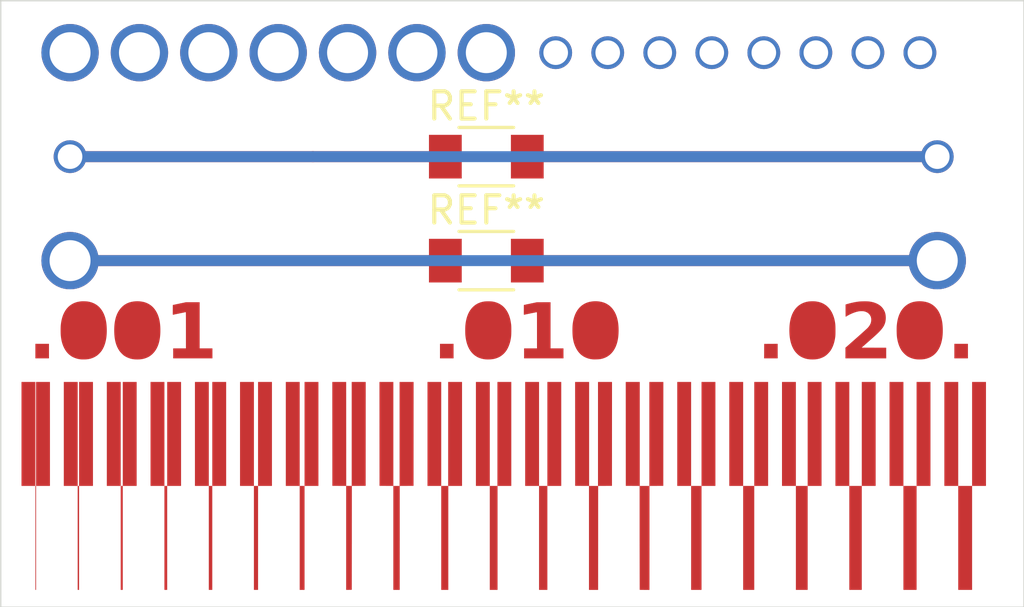
<source format=kicad_pcb>
(kicad_pcb (version 20241229) (generator "pcbnew") (generator_version "9.0")
  (layers (0 "F.Cu" signal) (2 "B.Cu" signal) (13 "F.Paste" user) (15 "B.Paste" user) (5 "F.SilkS" user "F.Silkscreen") (7 "B.SilkS" user "B.Silkscreen") (1 "F.Mask" user) (3 "B.Mask" user) (25 "Edge.Cuts" user))
  (net 0 "")
  (footprint "fab:R_1206" (layer "F.Cu") (at 121.92 54.61)
    (property "Reference" "REF**")
    (property "Value" "R_1206")
  )
  (footprint "fab:R_1206" (layer "F.Cu") (at 121.92 58.42)
    (property "Reference" "REF**")
    (property "Value" "R_1206")
  )
  (gr_poly (pts (xy 125.940509 60.271354) (xy 125.960916 60.273616) (xy 125.981075 60.277334) (xy 126.000853 60.282528) (xy 126.020113 60.289214) (xy 126.029508 60.293123) (xy 126.038723 60.297412) (xy 126.048574 60.302525) (xy 126.058114 60.308041) (xy 126.067346 60.313969) (xy 126.076275 60.320323) (xy 126.084908 60.327112) (xy 126.093248 60.334348) (xy 126.101301 60.342042) (xy 126.109071 60.350206) (xy 126.116564 60.35885) (xy 126.123785 60.367987) (xy 126.130738 60.377627) (xy 126.137429 60.387781) (xy 126.143862 60.398461) (xy 126.150043 60.409678) (xy 126.155976 60.421443) (xy 126.161667 60.433767) (xy 126.16712 60.446663) (xy 126.17234 60.46014) (xy 126.177333 60.47421) (xy 126.182104 60.488885) (xy 126.186657 60.504175) (xy 126.190997 60.520092) (xy 126.195129 60.536647) (xy 126.199059 60.553852) (xy 126.20633 60.590254) (xy 126.21285 60.629388) (xy 126.218659 60.671344) (xy 126.223797 60.716212) (xy 126.227087 60.763474) (xy 126.229316 60.827754) (xy 126.230491 60.903395) (xy 126.230619 60.984741) (xy 126.229707 61.066137) (xy 126.22776 61.141925) (xy 126.224786 61.20645) (xy 126.220791 61.254054) (xy 126.216609 61.288534) (xy 126.212038 61.321129) (xy 126.207057 61.351899) (xy 126.201643 61.380906) (xy 126.195776 61.408213) (xy 126.189434 61.43388) (xy 126.182597 61.45797) (xy 126.175241 61.480544) (xy 126.167347 61.501664) (xy 126.158893 61.521392) (xy 126.149858 61.539789) (xy 126.140219 61.556916) (xy 126.129957 61.572837) (xy 126.119049 61.587612) (xy 126.107474 61.601302) (xy 126.095211 61.613971) (xy 126.083322 61.624602) (xy 126.070609 61.634362) (xy 126.057139 61.643236) (xy 126.042976 61.651208) (xy 126.028185 61.658265) (xy 126.012833 61.664391) (xy 125.996984 61.669572) (xy 125.980703 61.673792) (xy 125.964057 61.677038) (xy 125.947109 61.679293) (xy 125.929927 61.680544) (xy 125.912574 61.680776) (xy 125.895116 61.679974) (xy 125.87762 61.678123) (xy 125.860149 61.675208) (xy 125.842769 61.671214) (xy 125.843075 61.671214) (xy 125.82953 61.667313) (xy 125.816524 61.662844) (xy 125.80404 61.657794) (xy 125.792064 61.652149) (xy 125.780578 61.645895) (xy 125.769567 61.63902) (xy 125.759016 61.631508) (xy 125.748909 61.623347) (xy 125.73923 61.614524) (xy 125.729963 61.605023) (xy 125.721093 61.594832) (xy 125.712603 61.583937) (xy 125.704479 61.572325) (xy 125.696704 61.559981) (xy 125.689263 61.546893) (xy 125.68214 61.533046) (xy 125.671973 61.510939) (xy 125.662576 61.487625) (xy 125.653932 61.462992) (xy 125.646027 61.436931) (xy 125.638844 61.409332) (xy 125.632369 61.380084) (xy 125.626584 61.349079) (xy 125.621475 61.316205) (xy 125.617026 61.281353) (xy 125.613221 61.244413) (xy 125.610044 61.205275) (xy 125.60748 61.163828) (xy 125.605514 61.119963) (xy 125.604128 61.07357) (xy 125.603308 61.024538) (xy 125.603039 60.972758) (xy 125.604914 60.84685) (xy 125.6073 60.789628) (xy 125.610684 60.736073) (xy 125.615091 60.686071) (xy 125.620545 60.639506) (xy 125.627073 60.596262) (xy 125.634697 60.556224) (xy 125.643443 60.519277) (xy 125.653336 60.485306) (xy 125.6644 60.454196) (xy 125.67666 60.42583) (xy 125.690141 60.400094) (xy 125.704867 60.376873) (xy 125.720864 60.356051) (xy 125.738155 60.337512) (xy 125.74512 60.331065) (xy 125.752409 60.324931) (xy 125.760006 60.319111) (xy 125.767894 60.313609) (xy 125.776057 60.308426) (xy 125.784477 60.303565) (xy 125.802023 60.294816) (xy 125.820398 60.28738) (xy 125.839466 60.281276) (xy 125.859094 60.276521) (xy 125.879146 60.273133) (xy 125.899489 60.271131) (xy 125.919988 60.270532)) (fill yes) (layer "F.Cu"))
  (gr_poly (pts (xy 135.810798 59.911241) (xy 135.865474 59.912383) (xy 135.911885 59.914566) (xy 135.946163 59.917812) (xy 135.986399 59.924127) (xy 136.025256 59.931566) (xy 136.062738 59.940129) (xy 136.09885 59.94982) (xy 136.133596 59.960641) (xy 136.166981 59.972593) (xy 136.19901 59.98568) (xy 136.229687 59.999903) (xy 136.259016 60.015264) (xy 136.287002 60.031767) (xy 136.313649 60.049412) (xy 136.338963 60.068203) (xy 136.362947 60.088141) (xy 136.385606 60.10923) (xy 136.406945 60.13147) (xy 136.426967 60.154864) (xy 136.433839 60.163681) (xy 136.440772 60.173154) (xy 136.447723 60.183202) (xy 136.454647 60.193743) (xy 136.461502 60.204694) (xy 136.468243 60.215975) (xy 136.481209 60.239199) (xy 136.487346 60.250978) (xy 136.493194 60.26276) (xy 136.498711 60.274462) (xy 136.50385 60.286004) (xy 136.50857 60.297303) (xy 136.512826 60.308278) (xy 136.516574 60.318848) (xy 136.519771 60.328929) (xy 136.526096 60.352226) (xy 136.531534 60.376037) (xy 136.536084 60.400279) (xy 136.539748 60.424871) (xy 136.542525 60.44973) (xy 136.544417 60.474773) (xy 136.545424 60.499919) (xy 136.545547 60.525085) (xy 136.544787 60.550188) (xy 136.543143 60.575147) (xy 136.540616 60.599879) (xy 136.537208 60.624303) (xy 136.532918 60.648334) (xy 136.527748 60.671892) (xy 136.521697 60.694894) (xy 136.514767 60.717258) (xy 136.509542 60.732323) (xy 136.504114 60.746925) (xy 136.498445 60.761127) (xy 136.492498 60.774994) (xy 136.486235 60.788591) (xy 136.479619 60.801981) (xy 136.472613 60.815231) (xy 136.465179 60.828404) (xy 136.45728 60.841564) (xy 136.448878 60.854778) (xy 136.439936 60.868108) (xy 136.430416 60.88162) (xy 136.420282 60.895379) (xy 136.409495 60.909448) (xy 136.398018 60.923892) (xy 136.385814 60.938777) (xy 136.352712 60.977531) (xy 136.317793 61.015843) (xy 136.277635 61.056941) (xy 136.228811 61.104055) (xy 136.167897 61.160413) (xy 136.091469 61.229245) (xy 135.878368 61.417247) (xy 135.661068 61.607745) (xy 136.110805 61.609042) (xy 136.560558 61.610339) (xy 136.560558 61.805896) (xy 136.561046 62.001483) (xy 135.814281 62.001483) (xy 135.067516 62.001483) (xy 135.067516 61.806171) (xy 135.067516 61.610858) (xy 135.449779 61.273639) (xy 135.601823 61.138869) (xy 135.733208 61.021203) (xy 135.829876 60.933301) (xy 135.8608 60.904467) (xy 135.877773 60.88782) (xy 135.887921 60.876796) (xy 135.897706 60.865699) (xy 135.907122 60.85454) (xy 135.916163 60.843324) (xy 135.924825 60.832062) (xy 135.933103 60.82076) (xy 135.94099 60.809427) (xy 135.948482 60.79807) (xy 135.955574 60.786698) (xy 135.96226 60.77532) (xy 135.968534 60.763942) (xy 135.974393 60.752573) (xy 135.979829 60.741221) (xy 135.984839 60.729894) (xy 135.989417 60.7186) (xy 135.993557 60.707347) (xy 135.997092 60.696493) (xy 136.000275 60.685064) (xy 136.003099 60.673144) (xy 136.005562 60.660818) (xy 136.007659 60.648169) (xy 136.009386 60.635281) (xy 136.010738 60.62224) (xy 136.011711 60.609128) (xy 136.012301 60.596031) (xy 136.012504 60.583032) (xy 136.012316 60.570215) (xy 136.011731 60.557665) (xy 136.010747 60.545465) (xy 136.009359 60.533701) (xy 136.007562 60.522456) (xy 136.005352 60.511813) (xy 135.99952 60.490507) (xy 135.99221 60.469915) (xy 135.983471 60.45008) (xy 135.973348 60.431047) (xy 135.961888 60.41286) (xy 135.949138 60.395562) (xy 135.935145 60.379197) (xy 135.919954 60.363811) (xy 135.903613 60.349446) (xy 135.886169 60.336147) (xy 135.867667 60.323958) (xy 135.848155 60.312922) (xy 135.827679 60.303085) (xy 135.806287 60.294489) (xy 135.784023 60.287179) (xy 135.760937 60.2812) (xy 135.749527 60.278899) (xy 135.737195 60.276936) (xy 135.724053 60.275308) (xy 135.71021 60.274013) (xy 135.695778 60.273051) (xy 135.680868 60.27242) (xy 135.650053 60.272145) (xy 135.618652 60.273177) (xy 135.587552 60.275505) (xy 135.572391 60.277151) (xy 135.557638 60.279116) (xy 135.543403 60.281399) (xy 135.529796 60.284) (xy 135.507886 60.288863) (xy 135.485552 60.294409) (xy 135.462835 60.300624) (xy 135.439771 60.307492) (xy 135.392757 60.323125) (xy 135.344818 60.341187) (xy 135.296259 60.361555) (xy 135.247388 60.384107) (xy 135.198509 60.408721) (xy 135.149929 60.435275) (xy 135.122568 60.450803) (xy 135.099565 60.463775) (xy 135.083369 60.472833) (xy 135.076427 60.476619) (xy 135.07568 60.472362) (xy 135.074955 60.459505) (xy 135.073667 60.411658) (xy 135.07276 60.340411) (xy 135.072429 60.253101) (xy 135.072475 60.027888) (xy 135.13467 60.00899) (xy 135.182461 59.995098) (xy 135.232409 59.981789) (xy 135.284001 59.969173) (xy 135.336729 59.957359) (xy 135.390081 59.946457) (xy 135.443547 59.936576) (xy 135.496616 59.927825) (xy 135.548778 59.920314) (xy 135.586776 59.916605) (xy 135.635844 59.91382) (xy 135.692115 59.911983) (xy 135.751722 59.911115)) (fill yes) (layer "F.Cu"))
  (gr_poly (pts (xy 110.134411 64.77) (xy 110.134411 66.674998) (xy 110.185207 66.674998) (xy 110.236004 66.674998) (xy 110.236004 64.77) (xy 110.236004 62.865001) (xy 110.490001 62.865001) (xy 110.743999 62.865001) (xy 110.743999 64.77) (xy 110.743999 66.674998) (xy 110.490001 66.674998) (xy 110.236004 66.674998) (xy 110.236004 68.579997) (xy 110.236004 70.484996) (xy 110.185207 70.484996) (xy 110.134411 70.484996) (xy 110.134411 68.579997) (xy 110.134411 66.674998) (xy 109.880413 66.674998) (xy 109.626415 66.674998) (xy 109.626415 64.77) (xy 109.626415 62.865001) (xy 109.880413 62.865001) (xy 110.134411 62.865001)) (fill yes) (layer "F.Cu"))
  (gr_poly (pts (xy 107.195153 60.27237) (xy 107.209498 60.273234) (xy 107.22344 60.27468) (xy 107.23698 60.27671) (xy 107.250124 60.279329) (xy 107.262873 60.28254) (xy 107.275233 60.286347) (xy 107.287205 60.290753) (xy 107.298794 60.295763) (xy 107.310003 60.30138) (xy 107.320835 60.307608) (xy 107.331295 60.314451) (xy 107.341384 60.321912) (xy 107.351107 60.329995) (xy 107.360466 60.338703) (xy 107.369467 60.348042) (xy 107.378111 60.358013) (xy 107.386402 60.368622) (xy 107.394344 60.379871) (xy 107.40194 60.391765) (xy 107.409194 60.404307) (xy 107.416109 60.417502) (xy 107.422687 60.431351) (xy 107.428934 60.445861) (xy 107.434852 60.461033) (xy 107.440445 60.476873) (xy 107.445715 60.493383) (xy 107.450667 60.510567) (xy 107.459629 60.546974) (xy 107.467357 60.586124) (xy 107.474142 60.626562) (xy 107.479459 60.663533) (xy 107.481622 60.681641) (xy 107.483482 60.699988) (xy 107.485063 60.718945) (xy 107.486385 60.738879) (xy 107.488341 60.783158) (xy 107.489523 60.835775) (xy 107.490105 60.899683) (xy 107.490261 60.977832) (xy 107.489826 61.093787) (xy 107.488375 61.172553) (xy 107.487177 61.202206) (xy 107.485615 61.227619) (xy 107.483655 61.250479) (xy 107.481258 61.272472) (xy 107.475541 61.313447) (xy 107.469241 61.351768) (xy 107.462319 61.387518) (xy 107.454735 61.420777) (xy 107.44645 61.451631) (xy 107.437424 61.480159) (xy 107.42762 61.506446) (xy 107.416996 61.530574) (xy 107.405514 61.552625) (xy 107.393134 61.572682) (xy 107.379817 61.590827) (xy 107.365524 61.607143) (xy 107.350215 61.621712) (xy 107.333852 61.634617) (xy 107.316394 61.64594) (xy 107.297802 61.655765) (xy 107.287619 61.660304) (xy 107.277148 61.664398) (xy 107.266413 61.668044) (xy 107.255436 61.671242) (xy 107.244241 61.673987) (xy 107.23285 61.676279) (xy 107.221289 61.678114) (xy 107.209579 61.67949) (xy 107.197745 61.680406) (xy 107.185809 61.680859) (xy 107.173795 61.680846) (xy 107.161726 61.680366) (xy 107.149625 61.679416) (xy 107.137517 61.677994) (xy 107.125424 61.676097) (xy 107.113369 61.673724) (xy 107.11314 61.673717) (xy 107.104174 61.67159) (xy 107.09537 61.669139) (xy 107.086729 61.666366) (xy 107.078252 61.663271) (xy 107.06994 61.659856) (xy 107.061794 61.656122) (xy 107.053814 61.652068) (xy 107.046001 61.647698) (xy 107.038358 61.643011) (xy 107.030883 61.638009) (xy 107.023579 61.632692) (xy 107.016446 61.627063) (xy 107.009485 61.62112) (xy 107.002697 61.614867) (xy 106.996084 61.608304) (xy 106.989645 61.601431) (xy 106.983382 61.59425) (xy 106.977295 61.586763) (xy 106.965657 61.57087) (xy 106.954736 61.553761) (xy 106.944541 61.535445) (xy 106.935078 61.515929) (xy 106.926355 61.495222) (xy 106.91838 61.473332) (xy 106.911159 61.450267) (xy 106.905059 61.42818) (xy 106.899462 61.405731) (xy 106.894354 61.382767) (xy 106.88972 61.359134) (xy 106.885545 61.334679) (xy 106.881816 61.309251) (xy 106.878517 61.282694) (xy 106.875633 61.254856) (xy 106.87315 61.225585) (xy 106.871054 61.194726) (xy 106.867961 61.127635) (xy 106.866237 61.052358) (xy 106.865764 60.96767) (xy 106.866089 60.902232) (xy 106.866939 60.846149) (xy 106.868416 60.797514) (xy 106.870626 60.754422) (xy 106.873672 60.714968) (xy 106.877658 60.677244) (xy 106.882688 60.639346) (xy 106.888866 60.599368) (xy 106.896564 60.558305) (xy 106.905507 60.520167) (xy 106.91573 60.484917) (xy 106.927265 60.452517) (xy 106.940146 60.422928) (xy 106.954408 60.396112) (xy 106.962067 60.383732) (xy 106.970085 60.372031) (xy 106.978464 60.361004) (xy 106.987209 60.350647) (xy 106.996325 60.340955) (xy 107.005816 60.331922) (xy 107.015685 60.323544) (xy 107.025938 60.315817) (xy 107.036578 60.308736) (xy 107.04761 60.302295) (xy 107.059038 60.29649) (xy 107.070866 60.291317) (xy 107.083098 60.28677) (xy 107.095739 60.282844) (xy 107.108793 60.279536) (xy 107.122263 60.27684) (xy 107.150472 60.273266) (xy 107.180401 60.272083)) (fill yes) (layer "F.Cu"))
  (gr_poly (pts (xy 135.20927 64.770053) (xy 135.20927 66.675052) (xy 135.437877 66.675052) (xy 135.666485 66.675052) (xy 135.666485 64.770053) (xy 135.666485 62.865054) (xy 135.920482 62.865054) (xy 136.17448 62.865054) (xy 136.17448 64.770053) (xy 136.17448 66.675052) (xy 135.920482 66.675052) (xy 135.666485 66.675052) (xy 135.666485 68.580051) (xy 135.666485 70.485049) (xy 135.437877 70.485049) (xy 135.20927 70.485049) (xy 135.20927 68.580051) (xy 135.20927 66.675052) (xy 134.955272 66.675052) (xy 134.701275 66.675052) (xy 134.701275 64.770053) (xy 134.701275 62.865054) (xy 134.955272 62.865054) (xy 135.20927 62.865054)) (fill yes) (layer "F.Cu"))
  (gr_poly (pts (xy 122.010332 60.271645) (xy 122.026292 60.272762) (xy 122.041961 60.274696) (xy 122.057226 60.277458) (xy 122.071977 60.281059) (xy 122.086101 60.28551) (xy 122.097202 60.2897) (xy 122.107937 60.294279) (xy 122.118314 60.299259) (xy 122.128339 60.304653) (xy 122.13802 60.310474) (xy 122.147364 60.316735) (xy 122.156376 60.323449) (xy 122.165065 60.33063) (xy 122.173437 60.338289) (xy 122.181499 60.346441) (xy 122.189258 60.355097) (xy 122.196721 60.364272) (xy 122.203895 60.373977) (xy 122.210786 60.384226) (xy 122.217402 60.395032) (xy 122.223749 60.406408) (xy 122.229835 60.418367) (xy 122.235665 60.430922) (xy 122.241248 60.444085) (xy 122.24659 60.457871) (xy 122.251698 60.47229) (xy 122.256579 60.487358) (xy 122.26124 60.503086) (xy 122.265687 60.519488) (xy 122.269928 60.536576) (xy 122.273969 60.554364) (xy 122.281481 60.592091) (xy 122.288278 60.632771) (xy 122.294414 60.676509) (xy 122.298676 60.726644) (xy 122.301711 60.797004) (xy 122.303523 60.880911) (xy 122.304115 60.971687) (xy 122.30349 61.062654) (xy 122.30165 61.147136) (xy 122.298598 61.218454) (xy 122.294338 61.269931) (xy 122.288804 61.310851) (xy 122.28264 61.349189) (xy 122.275809 61.385017) (xy 122.268277 61.41841) (xy 122.260009 61.449441) (xy 122.25097 61.478183) (xy 122.241124 61.504711) (xy 122.230436 61.529097) (xy 122.218872 61.551415) (xy 122.206396 61.571739) (xy 122.192973 61.590142) (xy 122.178567 61.606697) (xy 122.163145 61.621479) (xy 122.14667 61.634561) (xy 122.129108 61.646016) (xy 122.110424 61.655917) (xy 122.100309 61.660428) (xy 122.089893 61.664497) (xy 122.079201 61.668121) (xy 122.068258 61.671298) (xy 122.057089 61.674027) (xy 122.045717 61.676304) (xy 122.034168 61.678127) (xy 122.022466 61.679494) (xy 122.010637 61.680402) (xy 121.998705 61.68085) (xy 121.986694 61.680833) (xy 121.974629 61.680351) (xy 121.962535 61.679401) (xy 121.950437 61.67798) (xy 121.938359 61.676086) (xy 121.926327 61.673717) (xy 121.926418 61.673717) (xy 121.917409 61.671582) (xy 121.90857 61.669129) (xy 121.899901 61.66636) (xy 121.891403 61.663275) (xy 121.883076 61.659873) (xy 121.87492 61.656156) (xy 121.866937 61.652124) (xy 121.859125 61.647777) (xy 121.851487 61.643117) (xy 121.844022 61.638142) (xy 121.83673 61.632855) (xy 121.829612 61.627254) (xy 121.822669 61.621342) (xy 121.815901 61.615117) (xy 121.809308 61.608581) (xy 121.802891 61.601734) (xy 121.796649 61.594577) (xy 121.790585 61.58711) (xy 121.778987 61.571247) (xy 121.7681 61.554149) (xy 121.757928 61.53582) (xy 121.748474 61.516264) (xy 121.739741 61.495484) (xy 121.731733 61.473484) (xy 121.724453 61.450267) (xy 121.719182 61.431259) (xy 121.714276 61.411771) (xy 121.709723 61.391711) (xy 121.705514 61.370985) (xy 121.701636 61.349498) (xy 121.698079 61.327159) (xy 121.691889 61.279545) (xy 121.686856 61.227396) (xy 121.682896 61.169962) (xy 121.679923 61.106497) (xy 121.677852 61.03625) (xy 121.676887 60.92893) (xy 121.679206 60.829281) (xy 121.684759 60.737604) (xy 121.693491 60.654197) (xy 121.699032 60.615689) (xy 121.705349 60.57936) (xy 121.712434 60.545249) (xy 121.720281 60.513393) (xy 121.728882 60.48383) (xy 121.738232 60.456596) (xy 121.748324 60.431729) (xy 121.759151 60.409267) (xy 121.762954 60.402394) (xy 121.76714 60.395437) (xy 121.771679 60.388435) (xy 121.776535 60.381423) (xy 121.781677 60.374438) (xy 121.787072 60.367518) (xy 121.792686 60.360698) (xy 121.798487 60.354016) (xy 121.804441 60.34751) (xy 121.810516 60.341214) (xy 121.816678 60.335167) (xy 121.822896 60.329405) (xy 121.829135 60.323966) (xy 121.835362 60.318885) (xy 121.841546 60.3142) (xy 121.847652 60.309947) (xy 121.85941 60.302843) (xy 121.872111 60.296428) (xy 121.885642 60.290715) (xy 121.899892 60.285715) (xy 121.914747 60.28144) (xy 121.930097 60.2779) (xy 121.945829 60.275108) (xy 121.96183 60.273075) (xy 121.977989 60.271813) (xy 121.994194 60.271332)) (fill yes) (layer "F.Cu"))
  (gr_poly (pts (xy 129.418072 64.770053) (xy 129.418072 66.675052) (xy 129.608578 66.675052) (xy 129.799084 66.675052) (xy 129.799084 64.770053) (xy 129.799084 62.865054) (xy 130.053081 62.865054) (xy 130.307079 62.865054) (xy 130.307079 64.770053) (xy 130.307079 66.675052) (xy 130.053081 66.675052) (xy 129.799084 66.675052) (xy 129.799084 68.580051) (xy 129.799084 70.485049) (xy 129.608578 70.485049) (xy 129.418072 70.485049) (xy 129.418072 68.580051) (xy 129.418072 66.675052) (xy 129.164074 66.675052) (xy 128.910076 66.675052) (xy 128.910076 64.770053) (xy 128.910076 62.865054) (xy 129.164074 62.865054) (xy 129.418072 62.865054)) (fill yes) (layer "F.Cu"))
  (gr_poly (pts (xy 137.842631 59.909834) (xy 137.896072 59.913867) (xy 137.947785 59.920584) (xy 137.997764 59.929981) (xy 138.0221 59.935683) (xy 138.046 59.942053) (xy 138.069461 59.949091) (xy 138.092484 59.956796) (xy 138.115067 59.965169) (xy 138.137209 59.974207) (xy 138.158909 59.983911) (xy 138.180166 59.994281) (xy 138.200979 60.005315) (xy 138.221347 60.017014) (xy 138.24127 60.029376) (xy 138.260745 60.042401) (xy 138.279772 60.05609) (xy 138.29835 60.07044) (xy 138.316478 60.085452) (xy 138.334155 60.101125) (xy 138.35138 60.117458) (xy 138.368152 60.134452) (xy 138.384469 60.152105) (xy 138.400332 60.170418) (xy 138.415738 60.189389) (xy 138.430687 60.209017) (xy 138.445178 60.229304) (xy 138.459209 60.250247) (xy 138.472079 60.270881) (xy 138.484614 60.292564) (xy 138.496787 60.315222) (xy 138.50857 60.338783) (xy 138.519939 60.363173) (xy 138.530866 60.388321) (xy 138.541325 60.414153) (xy 138.551288 60.440596) (xy 138.560731 60.467577) (xy 138.569625 60.495025) (xy 138.577945 60.522865) (xy 138.585664 60.551025) (xy 138.592755 60.579432) (xy 138.599192 60.608014) (xy 138.604948 60.636697) (xy 138.609997 60.665408) (xy 138.619445 60.733811) (xy 138.626404 60.806761) (xy 138.630857 60.882688) (xy 138.632789 60.960022) (xy 138.632185 61.037194) (xy 138.62903 61.112632) (xy 138.623307 61.184769) (xy 138.615001 61.252032) (xy 138.599843 61.337418) (xy 138.580528 61.418206) (xy 138.569326 61.456858) (xy 138.557103 61.494342) (xy 138.543865 61.530649) (xy 138.529617 61.565773) (xy 138.514367 61.599707) (xy 138.498119 61.632446) (xy 138.48088 61.663982) (xy 138.462656 61.694309) (xy 138.443454 61.72342) (xy 138.423278 61.751308) (xy 138.402135 61.777967) (xy 138.380031 61.80339) (xy 138.356973 61.82757) (xy 138.332966 61.850502) (xy 138.308015 61.872177) (xy 138.282129 61.892591) (xy 138.255311 61.911735) (xy 138.227569 61.929604) (xy 138.198908 61.94619) (xy 138.169334 61.961487) (xy 138.138854 61.975489) (xy 138.107473 61.988189) (xy 138.075198 61.99958) (xy 138.042034 62.009655) (xy 138.007988 62.018409) (xy 137.973066 62.025833) (xy 137.937273 62.031923) (xy 137.900616 62.03667) (xy 137.900936 62.036716) (xy 137.880408 62.038404) (xy 137.85449 62.03971) (xy 137.824973 62.040616) (xy 137.793648 62.041104) (xy 137.762307 62.041155) (xy 137.732742 62.040753) (xy 137.706745 62.039879) (xy 137.686107 62.038516) (xy 137.661273 62.035823) (xy 137.636344 62.032306) (xy 137.611386 62.027987) (xy 137.586464 62.02289) (xy 137.561645 62.017037) (xy 137.536994 62.010451) (xy 137.512576 62.003154) (xy 137.488458 61.995171) (xy 137.464706 61.986523) (xy 137.441385 61.977233) (xy 137.41856 61.967325) (xy 137.396298 61.956821) (xy 137.374664 61.945745) (xy 137.353724 61.934118) (xy 137.333544 61.921963) (xy 137.31419 61.909305) (xy 137.303186 61.90144) (xy 137.291444 61.892381) (xy 137.279099 61.882268) (xy 137.266285 61.871236) (xy 137.253139 61.859423) (xy 137.239796 61.846968) (xy 137.226391 61.834007) (xy 137.21306 61.820679) (xy 137.199939 61.80712) (xy 137.187162 61.793469) (xy 137.174866 61.779862) (xy 137.163186 61.766439) (xy 137.152257 61.753335) (xy 137.142214 61.740688) (xy 137.133194 61.728637) (xy 137.125332 61.717319) (xy 137.109394 61.692425) (xy 137.09418 61.666809) (xy 137.079687 61.640456) (xy 137.065907 61.613353) (xy 137.052837 61.585483) (xy 137.040471 61.556833) (xy 137.028803 61.527388) (xy 137.01783 61.497133) (xy 137.007544 61.466055) (xy 136.997942 61.434138) (xy 136.989018 61.401367) (xy 136.980767 61.367729) (xy 136.973184 61.333209) (xy 136.966263 61.297792) (xy 136.959999 61.261463) (xy 136.954387 61.224208) (xy 136.950557 61.187488) (xy 136.947372 61.139526) (xy 136.944915 61.083793) (xy 136.943266 61.023764) (xy 136.942507 60.96291) (xy 136.942721 60.904704) (xy 136.943989 60.85262) (xy 136.946392 60.81013) (xy 136.951738 60.75419) (xy 136.958603 60.700074) (xy 136.966995 60.647764) (xy 136.976919 60.597244) (xy 136.988384 60.548495) (xy 137.001396 60.501499) (xy 137.015962 60.456239) (xy 137.032089 60.412697) (xy 137.049784 60.370855) (xy 137.069055 60.330696) (xy 137.089908 60.292201) (xy 137.11235 60.255354) (xy 137.136388 60.220136) (xy 137.16203 60.186529) (xy 137.189282 60.154517) (xy 137.218151 60.12408) (xy 137.246093 60.097491) (xy 137.274895 60.072711) (xy 137.304592 60.049726) (xy 137.335217 60.028525) (xy 137.366804 60.009093) (xy 137.399387 59.991419) (xy 137.433001 59.975488) (xy 137.467678 59.96129) (xy 137.503453 59.948809) (xy 137.54036 59.938035) (xy 137.578433 59.928953) (xy 137.617706 59.921552) (xy 137.658212 59.915817) (xy 137.699986 59.911737) (xy 137.743061 59.909298) (xy 137.787472 59.908488)) (fill yes) (layer "F.Cu"))
  (gr_poly (pts (xy 116.789928 64.768726) (xy 116.790935 66.672458) (xy 116.891262 66.673862) (xy 116.991588 66.675265) (xy 116.991588 64.77016) (xy 116.991588 62.865054) (xy 117.248134 62.865054) (xy 117.50468 62.865054) (xy 117.503673 64.768787) (xy 117.502666 66.672519) (xy 117.249935 66.673816) (xy 116.997219 66.675113) (xy 116.996212 68.578799) (xy 116.994152 70.482364) (xy 116.891277 70.483768) (xy 116.788402 70.485171) (xy 116.788402 68.580112) (xy 116.788402 66.675052) (xy 116.535671 66.673755) (xy 116.28294 66.672458) (xy 116.281933 64.768726) (xy 116.280926 62.864993) (xy 116.534923 62.864993) (xy 116.788921 62.864993)) (fill yes) (layer "F.Cu"))
  (gr_poly (pts (xy 139.552685 61.734752) (xy 139.552685 62.001453) (xy 139.303768 62.001453) (xy 139.054851 62.001453) (xy 139.054851 61.734752) (xy 139.054851 61.468051) (xy 139.303768 61.468051) (xy 139.552685 61.468051)) (fill yes) (layer "F.Cu"))
  (gr_poly (pts (xy 133.92096 59.910497) (xy 133.957902 59.912532) (xy 133.989788 59.915721) (xy 134.030845 59.921951) (xy 134.070539 59.92969) (xy 134.108906 59.93896) (xy 134.145983 59.949781) (xy 134.181806 59.962174) (xy 134.216412 59.976159) (xy 134.249837 59.991759) (xy 134.282118 60.008993) (xy 134.313291 60.027883) (xy 134.343393 60.048449) (xy 134.37246 60.070711) (xy 134.400528 60.094692) (xy 134.427636 60.120411) (xy 134.453817 60.14789) (xy 134.47911 60.177149) (xy 134.503551 60.208209) (xy 134.51733 60.227293) (xy 134.530856 60.247525) (xy 134.54409 60.268818) (xy 134.556994 60.291083) (xy 134.569531 60.314231) (xy 134.581663 60.338176) (xy 134.593351 60.362827) (xy 134.604559 60.388096) (xy 134.615247 60.413896) (xy 134.625378 60.440137) (xy 134.634915 60.466731) (xy 134.643818 60.493591) (xy 134.652051 60.520627) (xy 134.659574 60.547751) (xy 134.666351 60.574874) (xy 134.672344 60.601909) (xy 134.681207 60.646721) (xy 134.688273 60.687354) (xy 134.693731 60.726163) (xy 134.697771 60.765503) (xy 134.700583 60.80773) (xy 134.702357 60.855201) (xy 134.703282 60.910269) (xy 134.703548 60.975291) (xy 134.703449 61.02403) (xy 134.703126 61.065174) (xy 134.702546 61.099912) (xy 134.701673 61.129434) (xy 134.700472 61.154928) (xy 134.698907 61.177584) (xy 134.696943 61.198589) (xy 134.694546 61.219135) (xy 134.689098 61.25657) (xy 134.682988 61.293066) (xy 134.676209 61.328638) (xy 134.668758 61.363302) (xy 134.660628 61.397074) (xy 134.651813 61.429971) (xy 134.642308 61.462009) (xy 134.632109 61.493204) (xy 134.621208 61.523573) (xy 134.609601 61.553131) (xy 134.597282 61.581896) (xy 134.584247 61.609882) (xy 134.570488 61.637107) (xy 134.556002 61.663586) (xy 134.540781 61.689336) (xy 134.524822 61.714374) (xy 134.516313 61.726685) (xy 134.506653 61.739678) (xy 134.495981 61.75321) (xy 134.484435 61.767142) (xy 134.472152 61.781335) (xy 134.45927 61.795647) (xy 134.445928 61.809939) (xy 134.432264 61.824071) (xy 134.418416 61.837902) (xy 134.404521 61.851292) (xy 134.390717 61.864102) (xy 134.377144 61.87619) (xy 134.363938 61.887418) (xy 134.351238 61.897644) (xy 134.339182 61.906728) (xy 134.327907 61.914531) (xy 134.308633 61.926749) (xy 134.288994 61.938348) (xy 134.268984 61.94933) (xy 134.248597 61.959696) (xy 134.227827 61.96945) (xy 134.206668 61.978593) (xy 134.185113 61.987128) (xy 134.163156 61.995056) (xy 134.140792 62.00238) (xy 134.118014 62.009102) (xy 134.094815 62.015224) (xy 134.07119 62.020747) (xy 134.047132 62.025676) (xy 134.022636 62.03001) (xy 133.997694 62.033753) (xy 133.972301 62.036906) (xy 133.972011 62.036884) (xy 133.949156 62.03882) (xy 133.921751 62.040183) (xy 133.891298 62.040974) (xy 133.859302 62.041196) (xy 133.827266 62.040849) (xy 133.796694 62.039935) (xy 133.769088 62.038455) (xy 133.745952 62.036411) (xy 133.720635 62.033207) (xy 133.695829 62.029417) (xy 133.671513 62.025036) (xy 133.647667 62.020054) (xy 133.624268 62.014465) (xy 133.601296 62.008261) (xy 133.578728 62.001434) (xy 133.556545 61.993977) (xy 133.534724 61.985882) (xy 133.513245 61.977143) (xy 133.492086 61.967751) (xy 133.471226 61.957698) (xy 133.450643 61.946979) (xy 133.430316 61.935584) (xy 133.410224 61.923507) (xy 133.390346 61.910739) (xy 133.380161 61.903661) (xy 133.369283 61.895505) (xy 133.357833 61.88639) (xy 133.345931 61.876434) (xy 133.333699 61.865756) (xy 133.321257 61.854475) (xy 133.308725 61.84271) (xy 133.296224 61.830581) (xy 133.283876 61.818205) (xy 133.271799 61.805703) (xy 133.260116 61.793192) (xy 133.248947 61.780791) (xy 133.238412 61.768621) (xy 133.228631 61.756799) (xy 133.219727 61.745444) (xy 133.211819 61.734676) (xy 133.187904 61.698946) (xy 133.165535 61.661658) (xy 133.144711 61.622811) (xy 133.125432 61.582404) (xy 133.107697 61.540435) (xy 133.091507 61.496902) (xy 133.07686 61.451805) (xy 133.063757 61.405141) (xy 133.052196 61.35691) (xy 133.042179 61.307109) (xy 133.033703 61.255739) (xy 133.02677 61.202796) (xy 133.021378 61.148279) (xy 133.017526 61.092188) (xy 133.015216 61.034521) (xy 133.014446 60.975276) (xy 133.015146 60.919316) (xy 133.017242 60.864727) (xy 133.020726 60.811519) (xy 133.025591 60.759704) (xy 133.031829 60.709294) (xy 133.039434 60.660299) (xy 133.048397 60.612732) (xy 133.058712 60.566603) (xy 133.07037 60.521925) (xy 133.083366 60.478708) (xy 133.097691 60.436964) (xy 133.113338 60.396705) (xy 133.1303 60.357941) (xy 133.14857 60.320685) (xy 133.168139 60.284947) (xy 133.189001 60.250739) (xy 133.211148 60.218073) (xy 133.234574 60.18696) (xy 133.25927 60.15741) (xy 133.285229 60.129437) (xy 133.312445 60.103051) (xy 133.340909 60.078263) (xy 133.370614 60.055085) (xy 133.401553 60.033529) (xy 133.433719 60.013605) (xy 133.467104 59.995326) (xy 133.501701 59.978702) (xy 133.537503 59.963746) (xy 133.574502 59.950467) (xy 133.61269 59.938879) (xy 133.652061 59.928992) (xy 133.692608 59.920818) (xy 133.706783 59.918574) (xy 133.72258 59.916569) (xy 133.758157 59.913291) (xy 133.797559 59.911014) (xy 133.839012 59.909769) (xy 133.880738 59.909587)) (fill yes) (layer "F.Cu"))
  (gr_poly (pts (xy 132.588009 61.734698) (xy 132.588619 62.001399) (xy 132.339657 62.001399) (xy 132.090694 62.001399) (xy 132.091701 61.735973) (xy 132.092708 61.470546) (xy 132.340359 61.469249) (xy 132.588009 61.467952)) (fill yes) (layer "F.Cu"))
  (gr_poly (pts (xy 131.323086 64.770053) (xy 131.323086 66.675052) (xy 131.526287 66.675052) (xy 131.729488 66.675052) (xy 131.729488 64.770053) (xy 131.729488 62.865054) (xy 131.983486 62.865054) (xy 132.237484 62.865054) (xy 132.237484 64.770053) (xy 132.237484 66.675052) (xy 131.983486 66.675052) (xy 131.729488 66.675052) (xy 131.729488 68.580051) (xy 131.729488 70.485049) (xy 131.526287 70.485049) (xy 131.323086 70.485049) (xy 131.323086 68.580051) (xy 131.323086 66.675052) (xy 131.069088 66.675052) (xy 130.81509 66.675052) (xy 130.81509 64.770053) (xy 130.81509 62.865054) (xy 131.069088 62.865054) (xy 131.323086 62.865054)) (fill yes) (layer "F.Cu"))
  (gr_poly (pts (xy 133.25349 64.770053) (xy 133.25349 66.675052) (xy 133.469387 66.675052) (xy 133.685283 66.675052) (xy 133.685283 64.770053) (xy 133.685283 62.865054) (xy 133.939281 62.865054) (xy 134.193279 62.865054) (xy 134.193279 64.770053) (xy 134.193279 66.675052) (xy 133.939281 66.675052) (xy 133.685283 66.675052) (xy 133.685283 68.580051) (xy 133.685283 70.485049) (xy 133.469387 70.485049) (xy 133.25349 70.485049) (xy 133.25349 68.580051) (xy 133.25349 66.675052) (xy 132.999492 66.675052) (xy 132.745495 66.675052) (xy 132.745495 64.770053) (xy 132.745495 62.865054) (xy 132.999492 62.865054) (xy 133.25349 62.865054)) (fill yes) (layer "F.Cu"))
  (gr_poly (pts (xy 120.269024 64.770053) (xy 120.269024 66.675052) (xy 120.396023 66.675052) (xy 120.523022 66.675052) (xy 120.523022 64.770053) (xy 120.523022 62.865054) (xy 120.777019 62.865054) (xy 121.031017 62.865054) (xy 121.031017 64.770053) (xy 121.031017 66.675052) (xy 120.779552 66.675052) (xy 120.528087 66.675052) (xy 120.528087 68.580051) (xy 120.528118 70.485049) (xy 120.398571 70.485049) (xy 120.269024 70.485049) (xy 120.269024 68.580051) (xy 120.269024 66.675052) (xy 120.017559 66.675052) (xy 119.766094 66.675052) (xy 119.766094 64.770053) (xy 119.766094 62.865054) (xy 120.017559 62.865054) (xy 120.269024 62.865054)) (fill yes) (layer "F.Cu"))
  (gr_poly (pts (xy 107.210853 59.90999) (xy 107.250221 59.911524) (xy 107.287497 59.913883) (xy 107.320747 59.917014) (xy 107.348034 59.920863) (xy 107.38096 59.927358) (xy 107.413306 59.935071) (xy 107.445031 59.94398) (xy 107.476095 59.954063) (xy 107.506457 59.965297) (xy 107.536075 59.97766) (xy 107.564909 59.99113) (xy 107.592918 60.005684) (xy 107.620062 60.0213) (xy 107.646298 60.037955) (xy 107.671588 60.055628) (xy 107.695888 60.074295) (xy 107.71916 60.093935) (xy 107.741361 60.114525) (xy 107.762452 60.136043) (xy 107.78239 60.158466) (xy 107.810748 60.193772) (xy 107.837266 60.230489) (xy 107.861961 60.268669) (xy 107.88485 60.308365) (xy 107.905948 60.349628) (xy 107.925272 60.392511) (xy 107.94284 60.437066) (xy 107.958666 60.483346) (xy 107.972767 60.531403) (xy 107.98516 60.581289) (xy 107.995861 60.633056) (xy 108.004887 60.686758) (xy 108.012254 60.742445) (xy 108.017978 60.800171) (xy 108.022075 60.859987) (xy 108.024563 60.921947) (xy 108.025378 60.984614) (xy 108.024435 61.045838) (xy 108.021744 61.105581) (xy 108.017313 61.163806) (xy 108.01115 61.220477) (xy 108.003266 61.275555) (xy 107.993669 61.329004) (xy 107.982366 61.380788) (xy 107.969369 61.430869) (xy 107.954684 61.47921) (xy 107.938321 61.525774) (xy 107.920289 61.570524) (xy 107.900597 61.613424) (xy 107.879253 61.654435) (xy 107.856266 61.693522) (xy 107.831646 61.730647) (xy 107.823344 61.742016) (xy 107.814116 61.753888) (xy 107.804075 61.766152) (xy 107.793332 61.778696) (xy 107.781998 61.791411) (xy 107.770185 61.804184) (xy 107.758005 61.816906) (xy 107.745569 61.829464) (xy 107.732989 61.841749) (xy 107.720377 61.853649) (xy 107.707845 61.865053) (xy 107.695503 61.87585) (xy 107.683464 61.88593) (xy 107.67184 61.895181) (xy 107.660741 61.903493) (xy 107.65028 61.910754) (xy 107.629839 61.92389) (xy 107.609246 61.936282) (xy 107.588476 61.947938) (xy 107.5675 61.958867) (xy 107.546295 61.96908) (xy 107.524832 61.978585) (xy 107.503087 61.987392) (xy 107.481033 61.995508) (xy 107.458644 62.002945) (xy 107.435894 62.00971) (xy 107.412756 62.015814) (xy 107.389204 62.021265) (xy 107.365213 62.026072) (xy 107.340756 62.030244) (xy 107.315807 62.033792) (xy 107.29034 62.036723) (xy 107.290371 62.03667) (xy 107.269034 62.038354) (xy 107.243008 62.039651) (xy 107.213908 62.040544) (xy 107.183348 62.041021) (xy 107.152943 62.041066) (xy 107.124308 62.040665) (xy 107.099058 62.039805) (xy 107.078808 62.03847) (xy 107.05462 62.035852) (xy 107.030258 62.032434) (xy 107.005803 62.028246) (xy 106.981335 62.023313) (xy 106.956938 62.017664) (xy 106.932692 62.011327) (xy 106.908678 62.004329) (xy 106.884979 61.996697) (xy 106.861676 61.988458) (xy 106.83885 61.979642) (xy 106.816583 61.970274) (xy 106.794957 61.960383) (xy 106.774053 61.949996) (xy 106.753952 61.93914) (xy 106.734737 61.927843) (xy 106.716488 61.916133) (xy 106.696102 61.901946) (xy 106.676336 61.887161) (xy 106.657174 61.871759) (xy 106.638601 61.855725) (xy 106.620604 61.83904) (xy 106.603167 61.821688) (xy 106.586275 61.803651) (xy 106.569916 61.784913) (xy 106.554073 61.765457) (xy 106.538732 61.745264) (xy 106.523879 61.724319) (xy 106.509498 61.702604) (xy 106.495577 61.680101) (xy 106.482099 61.656794) (xy 106.469051 61.632666) (xy 106.456417 61.6077) (xy 106.444718 61.583023) (xy 106.433665 61.558088) (xy 106.423244 61.532846) (xy 106.413443 61.507254) (xy 106.40425 61.481264) (xy 106.395654 61.454831) (xy 106.387641 61.427908) (xy 106.380199 61.400451) (xy 106.373317 61.372412) (xy 106.366982 61.343746) (xy 106.361182 61.314407) (xy 106.355905 61.28435) (xy 106.34687 61.221893) (xy 106.339779 61.156009) (xy 106.337481 61.121295) (xy 106.335839 61.0776) (xy 106.334854 61.027917) (xy 106.334526 60.975241) (xy 106.334854 60.922564) (xy 106.335839 60.87288) (xy 106.337481 60.829183) (xy 106.339779 60.794467) (xy 106.346986 60.728438) (xy 106.356434 60.664802) (xy 106.368114 60.603574) (xy 106.382019 60.544768) (xy 106.398143 60.488398) (xy 106.416478 60.43448) (xy 106.437016 60.383027) (xy 106.459751 60.334054) (xy 106.484675 60.287575) (xy 106.511782 60.243605) (xy 106.526151 60.222566) (xy 106.541064 60.202158) (xy 106.556518 60.182386) (xy 106.572513 60.163249) (xy 106.589048 60.14475) (xy 106.606123 60.126891) (xy 106.623736 60.109674) (xy 106.641886 60.0931) (xy 106.660573 60.077172) (xy 106.679796 60.06189) (xy 106.699553 60.047257) (xy 106.719845 60.033275) (xy 106.738753 60.021127) (xy 106.757901 60.009655) (xy 106.777325 59.998847) (xy 106.797061 59.98869) (xy 106.817144 59.979172) (xy 106.83761 59.970281) (xy 106.858494 59.962005) (xy 106.879833 59.954332) (xy 106.901662 59.947248) (xy 106.924016 59.940743) (xy 106.946932 59.934803) (xy 106.970444 59.929418) (xy 106.99459 59.924573) (xy 107.019403 59.920258) (xy 107.044921 59.916459) (xy 107.071178 59.913165) (xy 107.099557 59.910869) (xy 107.133586 59.90961) (xy 107.17133 59.909335)) (fill yes) (layer "F.Cu"))
  (gr_poly (pts (xy 137.802505 60.272469) (xy 137.814168 60.273078) (xy 137.82559 60.273997) (xy 137.836653 60.275226) (xy 137.847242 60.276763) (xy 137.857237 60.278606) (xy 137.866523 60.280754) (xy 137.874981 60.283206) (xy 137.886181 60.287117) (xy 137.897039 60.291464) (xy 137.907561 60.296257) (xy 137.91775 60.301504) (xy 137.927611 60.307212) (xy 137.93715 60.313392) (xy 137.94637 60.32005) (xy 137.955276 60.327197) (xy 137.963873 60.334839) (xy 137.972166 60.342986) (xy 137.980159 60.351645) (xy 137.987857 60.360826) (xy 137.995265 60.370537) (xy 138.002387 60.380787) (xy 138.009228 60.391583) (xy 138.015793 60.402934) (xy 138.022086 60.414849) (xy 138.028111 60.427337) (xy 138.033875 60.440405) (xy 138.039381 60.454062) (xy 138.044634 60.468316) (xy 138.049638 60.483177) (xy 138.054399 60.498652) (xy 138.05892 60.514749) (xy 138.063207 60.531479) (xy 138.067265 60.548848) (xy 138.07471 60.585539) (xy 138.081291 60.624892) (xy 138.087047 60.666972) (xy 138.093151 60.730423) (xy 138.09751 60.804986) (xy 138.100127 60.886961) (xy 138.101 60.972653) (xy 138.10013 61.058361) (xy 138.097517 61.14039) (xy 138.093161 61.21504) (xy 138.087063 61.278613) (xy 138.082944 61.31001) (xy 138.078518 61.339635) (xy 138.073761 61.367559) (xy 138.068646 61.393853) (xy 138.063149 61.418589) (xy 138.057244 61.441837) (xy 138.050907 61.463668) (xy 138.044111 61.484155) (xy 138.036832 61.503367) (xy 138.029045 61.521377) (xy 138.020723 61.538255) (xy 138.011843 61.554072) (xy 138.002378 61.5689) (xy 137.992304 61.582809) (xy 137.981595 61.595871) (xy 137.970226 61.608157) (xy 137.958332 61.619453) (xy 137.945773 61.629832) (xy 137.932585 61.639287) (xy 137.918804 61.647807) (xy 137.904465 61.655383) (xy 137.889603 61.662005) (xy 137.874255 61.667665) (xy 137.858455 61.672352) (xy 137.84224 61.676058) (xy 137.825646 61.678773) (xy 137.808706 61.680487) (xy 137.791458 61.681192) (xy 137.773937 61.680877) (xy 137.756177 61.679534) (xy 137.738216 61.677153) (xy 137.720089 61.673724) (xy 137.720135 61.673717) (xy 137.711248 61.671606) (xy 137.702514 61.669168) (xy 137.693935 61.666405) (xy 137.68551 61.663317) (xy 137.677243 61.659906) (xy 137.669134 61.656175) (xy 137.661186 61.652125) (xy 137.653398 61.647757) (xy 137.645774 61.643073) (xy 137.638313 61.638074) (xy 137.631019 61.632763) (xy 137.623892 61.627141) (xy 137.616933 61.621209) (xy 137.610145 61.61497) (xy 137.603529 61.608424) (xy 137.597086 61.601574) (xy 137.584725 61.586967) (xy 137.573074 61.571161) (xy 137.562146 61.55417) (xy 137.551951 61.536007) (xy 137.542503 61.516684) (xy 137.533812 61.496215) (xy 137.52589 61.474614) (xy 137.518749 61.451892) (xy 137.508262 61.410421) (xy 137.499042 61.363273) (xy 137.491099 61.311221) (xy 137.484441 61.255036) (xy 137.479077 61.195492) (xy 137.475016 61.13336) (xy 137.47084 61.004424) (xy 137.471984 60.874409) (xy 137.474574 60.810927) (xy 137.47852 60.749492) (xy 137.483832 60.690878) (xy 137.490519 60.635855) (xy 137.49859 60.585197) (xy 137.508053 60.539676) (xy 137.515037 60.512441) (xy 137.522616 60.486845) (xy 137.530818 60.462853) (xy 137.539668 60.44043) (xy 137.549194 60.419541) (xy 137.559421 60.400154) (xy 137.570375 60.382232) (xy 137.582084 60.365741) (xy 137.594574 60.350647) (xy 137.607871 60.336916) (xy 137.622001 60.324513) (xy 137.636992 60.313403) (xy 137.652869 60.303552) (xy 137.669658 60.294925) (xy 137.687387 60.287488) (xy 137.706081 60.281207) (xy 137.714628 60.278956) (xy 137.72399 60.277028) (xy 137.73405 60.275422) (xy 137.744692 60.274137) (xy 137.755797 60.273171) (xy 137.767248 60.272522) (xy 137.778928 60.27219) (xy 137.79072 60.272173)) (fill yes) (layer "F.Cu"))
  (gr_poly (pts (xy 105.907833 61.734752) (xy 105.907833 62.001453) (xy 105.658916 62.001453) (xy 105.41 62.001453) (xy 105.41 61.734752) (xy 105.41 61.468051) (xy 105.658916 61.468051) (xy 105.907833 61.468051)) (fill yes) (layer "F.Cu"))
  (gr_poly (pts (xy 125.683727 64.770084) (xy 125.683727 66.675082) (xy 125.846294 66.675082) (xy 126.008861 66.675082) (xy 126.008861 64.770084) (xy 126.008861 62.865085) (xy 126.265407 62.865085) (xy 126.521953 62.865085) (xy 126.520946 64.768817) (xy 126.519939 66.672549) (xy 126.267208 66.673846) (xy 126.014477 66.675143) (xy 126.014477 68.580096) (xy 126.013378 70.485049) (xy 125.845745 70.485049) (xy 125.678112 70.485049) (xy 125.678112 68.580096) (xy 125.678112 66.675143) (xy 125.425381 66.673846) (xy 125.172649 66.672549) (xy 125.171642 64.768817) (xy 125.170635 62.865085) (xy 125.427181 62.865085) (xy 125.683727 62.865085)) (fill yes) (layer "F.Cu"))
  (gr_poly (pts (xy 108.534191 64.77) (xy 108.534191 66.674998) (xy 108.572292 66.674998) (xy 108.610393 66.674998) (xy 108.610393 64.77) (xy 108.610393 62.865001) (xy 108.864391 62.865001) (xy 109.118389 62.865001) (xy 109.118389 64.77) (xy 109.118389 66.674998) (xy 108.864391 66.674998) (xy 108.610393 66.674998) (xy 108.610393 68.579997) (xy 108.610393 70.484996) (xy 108.572292 70.484996) (xy 108.534191 70.484996) (xy 108.534191 68.579997) (xy 108.534191 66.674998) (xy 108.280193 66.674998) (xy 108.026195 66.674998) (xy 108.026195 64.77) (xy 108.026195 62.865001) (xy 108.280193 62.865001) (xy 108.534191 62.865001)) (fill yes) (layer "F.Cu"))
  (gr_poly (pts (xy 106.959377 64.77) (xy 106.959377 66.674998) (xy 106.984783 66.674998) (xy 107.010189 66.674998) (xy 107.010189 64.77) (xy 107.010189 62.865001) (xy 107.264187 62.865001) (xy 107.518184 62.865001) (xy 107.518184 64.77) (xy 107.518184 66.674998) (xy 107.264187 66.674998) (xy 107.010189 66.674998) (xy 107.010189 68.579997) (xy 107.010189 70.484996) (xy 106.984783 70.484996) (xy 106.959377 70.484996) (xy 106.959377 68.579997) (xy 106.959377 66.674998) (xy 106.705379 66.674998) (xy 106.451382 66.674998) (xy 106.451382 64.77) (xy 106.451382 62.865001) (xy 106.705379 62.865001) (xy 106.959377 62.865001)) (fill yes) (layer "F.Cu"))
  (gr_poly (pts (xy 113.410991 64.77) (xy 113.410991 66.674998) (xy 113.487194 66.674998) (xy 113.563396 66.674998) (xy 113.563396 64.77) (xy 113.563396 62.865001) (xy 113.817394 62.865001) (xy 114.071392 62.865001) (xy 114.071392 64.77) (xy 114.071392 66.674998) (xy 113.817394 66.674998) (xy 113.563396 66.674998) (xy 113.563396 68.579997) (xy 113.563396 70.484996) (xy 113.487194 70.484996) (xy 113.410991 70.484996) (xy 113.410991 68.579997) (xy 113.410991 66.674998) (xy 113.156994 66.674998) (xy 112.902996 66.674998) (xy 112.902996 64.77) (xy 112.902996 62.865001) (xy 113.156994 62.865001) (xy 113.410991 62.865001)) (fill yes) (layer "F.Cu"))
  (gr_poly (pts (xy 122.043687 59.911537) (xy 122.089567 59.913424) (xy 122.129709 59.916479) (xy 122.146734 59.918442) (xy 122.161251 59.920695) (xy 122.208845 59.93065) (xy 122.254703 59.942824) (xy 122.298833 59.957227) (xy 122.341246 59.973865) (xy 122.38195 59.992745) (xy 122.420955 60.013876) (xy 122.45827 60.037263) (xy 122.493904 60.062914) (xy 122.527867 60.090837) (xy 122.560168 60.121039) (xy 122.590817 60.153527) (xy 122.619823 60.188308) (xy 122.647195 60.22539) (xy 122.672942 60.26478) (xy 122.697074 60.306485) (xy 122.7196 60.350513) (xy 122.737866 60.39089) (xy 122.754576 60.432938) (xy 122.769781 60.47683) (xy 122.783533 60.522739) (xy 122.795882 60.570838) (xy 122.80688 60.6213) (xy 122.816576 60.674298) (xy 122.825023 60.730006) (xy 122.828081 60.754439) (xy 122.83054 60.777404) (xy 122.832461 60.800527) (xy 122.8339 60.825429) (xy 122.834918 60.853734) (xy 122.835572 60.887064) (xy 122.836025 60.975291) (xy 122.835653 61.038494) (xy 122.834433 61.094101) (xy 122.832213 61.143776) (xy 122.828838 61.189182) (xy 122.824156 61.231981) (xy 122.818013 61.273836) (xy 122.810256 61.316412) (xy 122.800731 61.361369) (xy 122.79471 61.38677) (xy 122.788001 61.412306) (xy 122.780644 61.437882) (xy 122.772679 61.463406) (xy 122.764145 61.488784) (xy 122.755081 61.513923) (xy 122.745528 61.53873) (xy 122.735523 61.563111) (xy 122.725107 61.586974) (xy 122.71432 61.610225) (xy 122.7032 61.632771) (xy 122.691787 61.654518) (xy 122.68012 61.675373) (xy 122.668239 61.695243) (xy 122.656184 61.714034) (xy 122.643993 61.731654) (xy 122.619733 61.763675) (xy 122.594309 61.79396) (xy 122.567725 61.822508) (xy 122.539986 61.849317) (xy 122.511093 61.874385) (xy 122.481051 61.89771) (xy 122.449863 61.91929) (xy 122.417532 61.939123) (xy 122.384062 61.957207) (xy 122.349456 61.973541) (xy 122.313718 61.988121) (xy 122.27685 62.000947) (xy 122.238857 62.012016) (xy 122.199743 62.021326) (xy 122.159509 62.028876) (xy 122.11816 62.034663) (xy 122.118099 62.034663) (xy 122.090612 62.037326) (xy 122.059977 62.039306) (xy 122.027341 62.040597) (xy 121.993849 62.041191) (xy 121.960646 62.041082) (xy 121.928879 62.040263) (xy 121.899693 62.038726) (xy 121.874233 62.036464) (xy 121.8567 62.034248) (xy 121.838732 62.03153) (xy 121.82043 62.02834) (xy 121.801898 62.024708) (xy 121.783238 62.020663) (xy 121.764553 62.016234) (xy 121.72752 62.006344) (xy 121.709377 62.000942) (xy 121.691619 61.995274) (xy 121.674351 61.989371) (xy 121.657674 61.983261) (xy 121.641691 61.976974) (xy 121.626505 61.97054) (xy 121.612218 61.963988) (xy 121.598934 61.957347) (xy 121.551755 61.930429) (xy 121.507136 61.900414) (xy 121.465079 61.867309) (xy 121.425587 61.831119) (xy 121.388663 61.79185) (xy 121.35431 61.749506) (xy 121.322531 61.704093) (xy 121.293329 61.655617) (xy 121.266707 61.604083) (xy 121.242667 61.549496) (xy 121.221213 61.491862) (xy 121.202347 61.431187) (xy 121.186073 61.367475) (xy 121.172393 61.300732) (xy 121.16131 61.230964) (xy 121.152828 61.158176) (xy 121.150449 61.124189) (xy 121.148747 61.080274) (xy 121.147719 61.029764) (xy 121.147362 60.975993) (xy 121.147672 60.922294) (xy 121.148648 60.871999) (xy 121.150286 60.828442) (xy 121.152584 60.794955) (xy 121.158521 60.741413) (xy 121.165743 60.689675) (xy 121.17426 60.639716) (xy 121.184082 60.591509) (xy 121.19522 60.545028) (xy 121.207683 60.500245) (xy 121.221483 60.457136) (xy 121.236629 60.415672) (xy 121.253132 60.375829) (xy 121.271003 60.337579) (xy 121.29025 60.300895) (xy 121.310886 60.265752) (xy 121.332919 60.232123) (xy 121.356362 60.199982) (xy 121.381222 60.169302) (xy 121.407512 60.140056) (xy 121.429151 60.118007) (xy 121.451204 60.097173) (xy 121.473716 60.077529) (xy 121.496732 60.059053) (xy 121.520296 60.04172) (xy 121.544453 60.025509) (xy 121.569248 60.010395) (xy 121.594724 59.996354) (xy 121.620928 59.983364) (xy 121.647904 59.971402) (xy 121.675695 59.960443) (xy 121.704347 59.950464) (xy 121.733905 59.941443) (xy 121.764413 59.933355) (xy 121.795915 59.926177) (xy 121.828457 59.919887) (xy 121.843011 59.917703) (xy 121.860069 59.915822) (xy 121.900261 59.912962) (xy 121.946171 59.911299) (xy 121.994934 59.910827)) (fill yes) (layer "F.Cu"))
  (gr_poly (pts (xy 133.87292 60.270851) (xy 133.883949 60.271505) (xy 133.895018 60.272577) (xy 133.906116 60.274072) (xy 133.91723 60.275994) (xy 133.928347 60.278347) (xy 133.939455 60.281133) (xy 133.950542 60.284358) (xy 133.96051 60.287692) (xy 133.970217 60.291412) (xy 133.979665 60.295522) (xy 133.988858 60.300024) (xy 133.997796 60.304925) (xy 134.006484 60.310226) (xy 134.014923 60.315933) (xy 134.023116 60.322049) (xy 134.031065 60.328579) (xy 134.038774 60.335525) (xy 134.046244 60.342893) (xy 134.053478 60.350686) (xy 134.060479 60.358908) (xy 134.067249 60.367563) (xy 134.073791 60.376655) (xy 134.080107 60.386188) (xy 134.086199 60.396165) (xy 134.092071 60.406592) (xy 134.097724 60.417472) (xy 134.103162 60.428808) (xy 134.108387 60.440605) (xy 134.113401 60.452866) (xy 134.118206 60.465596) (xy 134.122807 60.478799) (xy 134.1314 60.506638) (xy 134.139201 60.536415) (xy 134.14623 60.568161) (xy 134.152508 60.601909) (xy 134.158508 60.639917) (xy 134.163437 60.67756) (xy 134.167377 60.716212) (xy 134.17041 60.757249) (xy 134.172617 60.802046) (xy 134.174081 60.851979) (xy 134.174883 60.908422) (xy 134.175106 60.972751) (xy 134.174465 61.054684) (xy 134.172533 61.12861) (xy 134.169225 61.195394) (xy 134.164457 61.255903) (xy 134.158145 61.311004) (xy 134.150204 61.361561) (xy 134.140551 61.408441) (xy 134.129101 61.45251) (xy 134.12205 61.475086) (xy 134.114251 61.496515) (xy 134.105707 61.516794) (xy 134.096422 61.535917) (xy 134.0864 61.55388) (xy 134.075646 61.570678) (xy 134.064162 61.586307) (xy 134.051954 61.600763) (xy 134.039025 61.614039) (xy 134.025379 61.626133) (xy 134.011021 61.637038) (xy 133.995954 61.646751) (xy 133.980182 61.655267) (xy 133.963709 61.662582) (xy 133.946539 61.66869) (xy 133.928676 61.673587) (xy 133.921949 61.675041) (xy 133.914786 61.676328) (xy 133.907253 61.677447) (xy 133.899413 61.678396) (xy 133.89133 61.679174) (xy 133.883068 61.679781) (xy 133.866264 61.680475) (xy 133.849513 61.680472) (xy 133.841317 61.680205) (xy 133.833327 61.679761) (xy 133.825606 61.679139) (xy 133.818218 61.678336) (xy 133.811228 61.677353) (xy 133.804699 61.676189) (xy 133.804668 61.676219) (xy 133.788699 61.672503) (xy 133.773235 61.667869) (xy 133.758285 61.662323) (xy 133.743856 61.655873) (xy 133.729956 61.648526) (xy 133.716595 61.64029) (xy 133.70378 61.63117) (xy 133.691519 61.621175) (xy 133.67982 61.610311) (xy 133.668692 61.598586) (xy 133.658142 61.586007) (xy 133.64818 61.572581) (xy 133.638812 61.558314) (xy 133.630047 61.543215) (xy 133.621894 61.52729) (xy 133.614361 61.510547) (xy 133.605902 61.489111) (xy 133.598067 61.466463) (xy 133.590846 61.442514) (xy 133.584227 61.417176) (xy 133.5782 61.390361) (xy 133.572754 61.361981) (xy 133.567879 61.331948) (xy 133.563562 61.300174) (xy 133.559794 61.266571) (xy 133.556564 61.231052) (xy 133.55386 61.193527) (xy 133.551672 61.15391) (xy 133.549989 61.112111) (xy 133.548801 61.068044) (xy 133.547863 60.972751) (xy 133.549217 60.860508) (xy 133.55339 60.761116) (xy 133.556585 60.715931) (xy 133.560547 60.673587) (xy 133.565296 60.633961) (xy 133.570852 60.59693) (xy 133.577237 60.562369) (xy 133.584471 60.530156) (xy 133.592575 60.500166) (xy 133.601569 60.472275) (xy 133.611474 60.446361) (xy 133.622311 60.422299) (xy 133.6341 60.399966) (xy 133.646862 60.379237) (xy 133.652827 60.370686) (xy 133.659144 60.362456) (xy 133.6658 60.354551) (xy 133.672783 60.346975) (xy 133.680081 60.339733) (xy 133.68768 60.332828) (xy 133.69557 60.326264) (xy 133.703736 60.320044) (xy 133.712167 60.314174) (xy 133.720851 60.308656) (xy 133.729774 60.303495) (xy 133.738925 60.298694) (xy 133.748291 60.294257) (xy 133.757859 60.290188) (xy 133.767617 60.286492) (xy 133.777553 60.283172) (xy 133.787655 60.280231) (xy 133.797909 60.277675) (xy 133.808303 60.275506) (xy 133.818825 60.273728) (xy 133.829463 60.272346) (xy 133.840204 60.271364) (xy 133.851035 60.270784) (xy 133.861945 60.270612)) (fill yes) (layer "F.Cu"))
  (gr_poly (pts (xy 109.199664 59.909813) (xy 109.251843 59.913758) (xy 109.30241 59.920327) (xy 109.351352 59.929511) (xy 109.398656 59.941305) (xy 109.421689 59.948179) (xy 109.444308 59.955702) (xy 109.466512 59.963875) (xy 109.488297 59.972696) (xy 109.509663 59.982164) (xy 109.530609 59.992279) (xy 109.551132 60.00304) (xy 109.571231 60.014446) (xy 109.590904 60.026497) (xy 109.61015 60.039191) (xy 109.628967 60.052527) (xy 109.647354 60.066506) (xy 109.665308 60.081125) (xy 109.682829 60.096385) (xy 109.699915 60.112284) (xy 109.716563 60.128822) (xy 109.732773 60.145997) (xy 109.748542 60.163809) (xy 109.76387 60.182258) (xy 109.778754 60.201342) (xy 109.807186 60.241412) (xy 109.82946 60.276593) (xy 109.850207 60.312988) (xy 109.869437 60.350647) (xy 109.887163 60.389619) (xy 109.903398 60.429955) (xy 109.918153 60.471704) (xy 109.93144 60.514916) (xy 109.943271 60.55964) (xy 109.95366 60.605926) (xy 109.962617 60.653824) (xy 109.970154 60.703382) (xy 109.976285 60.754652) (xy 109.981021 60.807682) (xy 109.984374 60.862522) (xy 109.986357 60.919222) (xy 109.98698 60.977832) (xy 109.985822 61.051029) (xy 109.982462 61.121461) (xy 109.976886 61.189175) (xy 109.969078 61.254216) (xy 109.959023 61.316629) (xy 109.946706 61.376459) (xy 109.93211 61.433753) (xy 109.915222 61.488556) (xy 109.896025 61.540913) (xy 109.874504 61.59087) (xy 109.850644 61.638472) (xy 109.82443 61.683765) (xy 109.795846 61.726794) (xy 109.764876 61.767605) (xy 109.731506 61.806243) (xy 109.69572 61.842754) (xy 109.67394 61.862731) (xy 109.651382 61.88166) (xy 109.628044 61.89954) (xy 109.603925 61.916373) (xy 109.579024 61.93216) (xy 109.553338 61.9469) (xy 109.526867 61.960594) (xy 109.499609 61.973244) (xy 109.471562 61.984849) (xy 109.442724 61.995411) (xy 109.413095 62.004931) (xy 109.382672 62.013408) (xy 109.351455 62.020843) (xy 109.319441 62.027237) (xy 109.286629 62.032592) (xy 109.253017 62.036906) (xy 109.253033 62.036914) (xy 109.230567 62.038839) (xy 109.203474 62.040204) (xy 109.173238 62.04101) (xy 109.141348 62.041258) (xy 109.109289 62.040949) (xy 109.078549 62.040084) (xy 109.050615 62.038665) (xy 109.026974 62.036693) (xy 109.002116 62.033652) (xy 108.977282 62.029828) (xy 108.952521 62.025239) (xy 108.927888 62.019903) (xy 108.903433 62.01384) (xy 108.879211 62.007069) (xy 108.855272 61.999609) (xy 108.831669 61.991478) (xy 108.808454 61.982696) (xy 108.78568 61.973281) (xy 108.763399 61.963252) (xy 108.741664 61.952629) (xy 108.720526 61.94143) (xy 108.700038 61.929674) (xy 108.680252 61.91738) (xy 108.66122 61.904567) (xy 108.651042 61.89711) (xy 108.64019 61.88857) (xy 108.628787 61.87907) (xy 108.616952 61.868735) (xy 108.604808 61.857687) (xy 108.592476 61.846052) (xy 108.567728 61.821511) (xy 108.543677 61.796105) (xy 108.532216 61.783387) (xy 108.521293 61.770823) (xy 108.511028 61.758539) (xy 108.501542 61.746657) (xy 108.492957 61.735302) (xy 108.485393 61.724597) (xy 108.46294 61.689972) (xy 108.442018 61.65452) (xy 108.422602 61.61816) (xy 108.404671 61.580813) (xy 108.388201 61.542396) (xy 108.373169 61.502829) (xy 108.359553 61.462031) (xy 108.34733 61.419921) (xy 108.336476 61.376418) (xy 108.326969 61.331441) (xy 108.318785 61.284909) (xy 108.311902 61.236742) (xy 108.306296 61.186858) (xy 108.301946 61.135176) (xy 108.298827 61.081615) (xy 108.296917 61.026096) (xy 108.296355 60.949252) (xy 108.298166 60.875254) (xy 108.302364 60.804063) (xy 108.308959 60.735642) (xy 108.317964 60.669953) (xy 108.329389 60.606957) (xy 108.343248 60.546617) (xy 108.359552 60.488894) (xy 108.378313 60.43375) (xy 108.399542 60.381148) (xy 108.423251 60.33105) (xy 108.449453 60.283417) (xy 108.478159 60.238211) (xy 108.50938 60.195395) (xy 108.543129 60.15493) (xy 108.579418 60.116779) (xy 108.606627 60.091308) (xy 108.634845 60.067529) (xy 108.66409 60.045434) (xy 108.694379 60.025018) (xy 108.725732 60.006273) (xy 108.758165 59.989193) (xy 108.791697 59.973771) (xy 108.826345 59.96) (xy 108.862128 59.947875) (xy 108.899064 59.937387) (xy 108.93717 59.928532) (xy 108.976464 59.921301) (xy 109.016965 59.915689) (xy 109.05869 59.911689) (xy 109.101658 59.909293) (xy 109.145885 59.908496)) (fill yes) (layer "F.Cu"))
  (gr_poly (pts (xy 127.537945 64.770084) (xy 127.537945 66.675082) (xy 127.713207 66.675082) (xy 127.88847 66.675082) (xy 127.88847 64.770084) (xy 127.88847 62.865085) (xy 128.145016 62.865085) (xy 128.401562 62.865085) (xy 128.400554 64.768817) (xy 128.399547 66.672549) (xy 128.146816 66.673846) (xy 127.894085 66.675143) (xy 127.894085 68.580096) (xy 127.892635 70.485065) (xy 127.715679 70.485065) (xy 127.646711 70.4848) (xy 127.58975 70.484076) (xy 127.567607 70.483573) (xy 127.550667 70.482995) (xy 127.539665 70.482354) (xy 127.536621 70.482013) (xy 127.535335 70.481662) (xy 127.532329 68.576709) (xy 127.532329 66.675143) (xy 127.279598 66.673846) (xy 127.026867 66.672549) (xy 127.02586 64.768817) (xy 127.024853 62.865085) (xy 127.281399 62.865085) (xy 127.537945 62.865085)) (fill yes) (layer "F.Cu"))
  (gr_poly (pts (xy 118.515865 64.770084) (xy 118.515865 66.675082) (xy 118.630169 66.675082) (xy 118.744472 66.675082) (xy 118.744472 64.770084) (xy 118.744472 62.865085) (xy 119.001018 62.865085) (xy 119.257564 62.865085) (xy 119.256557 64.768817) (xy 119.25555 66.672549) (xy 119.002819 66.673846) (xy 118.750088 66.675143) (xy 118.750088 68.580096) (xy 118.748989 70.485049) (xy 118.632152 70.485049) (xy 118.515316 70.485049) (xy 118.515316 68.580096) (xy 118.515316 66.675143) (xy 118.262585 66.673846) (xy 118.009853 66.672549) (xy 118.008846 64.768817) (xy 118.007839 62.865085) (xy 118.261852 62.865085) (xy 118.515865 62.865085)) (fill yes) (layer "F.Cu"))
  (gr_poly (pts (xy 122.047024 64.770053) (xy 122.047024 66.675052) (xy 122.186718 66.675052) (xy 122.326412 66.675052) (xy 122.326412 64.770053) (xy 122.326412 62.865054) (xy 122.58041 62.865054) (xy 122.834408 62.865054) (xy 122.834408 64.770053) (xy 122.834408 66.675052) (xy 122.582943 66.675052) (xy 122.331478 66.675052) (xy 122.331478 68.580051) (xy 122.331508 70.485049) (xy 122.189266 70.485049) (xy 122.047024 70.485049) (xy 122.047024 68.580051) (xy 122.047024 66.675052) (xy 121.793026 66.675052) (xy 121.539028 66.675052) (xy 121.539028 64.770053) (xy 121.539028 62.865054) (xy 121.793026 62.865054) (xy 122.047024 62.865054)) (fill yes) (layer "F.Cu"))
  (gr_poly (pts (xy 105.41 64.77) (xy 105.41 66.674998) (xy 105.422695 66.674998) (xy 105.43539 66.674998) (xy 105.43539 64.77) (xy 105.43539 62.865001) (xy 105.689388 62.865001) (xy 105.943386 62.865001) (xy 105.943386 64.77) (xy 105.943386 66.674998) (xy 105.689388 66.674998) (xy 105.43539 66.674998) (xy 105.43539 68.579997) (xy 105.43539 70.484996) (xy 105.422695 70.484996) (xy 105.41 70.484996) (xy 105.41 68.579997) (xy 105.41 66.674998) (xy 105.156002 66.674998) (xy 104.902004 66.674998) (xy 104.902004 64.77) (xy 104.902004 62.865001) (xy 105.156002 62.865001) (xy 105.41 62.865001)) (fill yes) (layer "F.Cu"))
  (gr_poly (pts (xy 139.197094 64.770053) (xy 139.197094 66.675052) (xy 139.451092 66.675052) (xy 139.705089 66.675052) (xy 139.705089 64.770053) (xy 139.705089 62.865054) (xy 139.959087 62.865054) (xy 140.213085 62.865054) (xy 140.213085 64.770053) (xy 140.213085 66.675052) (xy 139.959087 66.675052) (xy 139.705089 66.675052) (xy 139.705089 68.580051) (xy 139.705089 70.485049) (xy 139.451092 70.485049) (xy 139.197094 70.485049) (xy 139.197094 68.580051) (xy 139.197094 66.675052) (xy 138.943096 66.675052) (xy 138.689098 66.675052) (xy 138.689098 64.770053) (xy 138.689098 62.865054) (xy 138.943096 62.865054) (xy 139.197094 62.865054)) (fill yes) (layer "F.Cu"))
  (gr_poly (pts (xy 125.944402 59.908522) (xy 125.970768 59.909485) (xy 125.997022 59.911092) (xy 126.023108 59.91334) (xy 126.048969 59.916231) (xy 126.07455 59.919765) (xy 126.099794 59.923941) (xy 126.124645 59.92876) (xy 126.182766 59.943257) (xy 126.238519 59.961965) (xy 126.291836 59.984806) (xy 126.34265 60.011705) (xy 126.390894 60.042583) (xy 126.436501 60.077366) (xy 126.479404 60.115976) (xy 126.519537 60.158336) (xy 126.556831 60.20437) (xy 126.591221 60.254001) (xy 126.622638 60.307154) (xy 126.651017 60.36375) (xy 126.676289 60.423713) (xy 126.698388 60.486968) (xy 126.717247 60.553436) (xy 126.732799 60.623042) (xy 126.740155 60.664165) (xy 126.746512 60.706697) (xy 126.751868 60.750434) (xy 126.756226 60.795172) (xy 126.759585 60.840708) (xy 126.761946 60.886838) (xy 126.76331 60.933358) (xy 126.763677 60.980065) (xy 126.763049 61.026753) (xy 126.761424 61.073221) (xy 126.758804 61.119264) (xy 126.75519 61.164678) (xy 126.750582 61.209259) (xy 126.744981 61.252805) (xy 126.738387 61.29511) (xy 126.7308 61.335971) (xy 126.720675 61.382015) (xy 126.709176 61.426657) (xy 126.696312 61.469882) (xy 126.682093 61.511675) (xy 126.666528 61.552019) (xy 126.649625 61.590898) (xy 126.631394 61.628298) (xy 126.611843 61.664202) (xy 126.590982 61.698594) (xy 126.568819 61.73146) (xy 126.545365 61.762782) (xy 126.520627 61.792546) (xy 126.494615 61.820736) (xy 126.467337 61.847336) (xy 126.438804 61.872329) (xy 126.409023 61.895702) (xy 126.391333 61.908431) (xy 126.373423 61.920525) (xy 126.355264 61.931995) (xy 126.336825 61.942854) (xy 126.318078 61.953112) (xy 126.298993 61.962784) (xy 126.279541 61.97188) (xy 126.259691 61.980413) (xy 126.239415 61.988395) (xy 126.218683 61.995838) (xy 126.197466 62.002755) (xy 126.175733 62.009157) (xy 126.153456 62.015057) (xy 126.130606 62.020467) (xy 126.107152 62.025398) (xy 126.083065 62.029864) (xy 126.08305 62.029872) (xy 126.057573 62.033146) (xy 126.02379 62.035871) (xy 125.984459 62.037977) (xy 125.942339 62.039395) (xy 125.900186 62.040053) (xy 125.860759 62.039881) (xy 125.826815 62.03881) (xy 125.801113 62.036769) (xy 125.749218 62.029047) (xy 125.699248 62.01885) (xy 125.651195 62.006172) (xy 125.60505 61.991006) (xy 125.560804 61.973347) (xy 125.518448 61.953189) (xy 125.477975 61.930526) (xy 125.458441 61.918252) (xy 125.439375 61.905351) (xy 125.420775 61.89182) (xy 125.40264 61.877659) (xy 125.384969 61.862867) (xy 125.367761 61.847444) (xy 125.33473 61.8147) (xy 125.303537 61.779421) (xy 125.274176 61.741601) (xy 125.246636 61.701233) (xy 125.220909 61.658313) (xy 125.196987 61.612834) (xy 125.180941 61.578944) (xy 125.166123 61.544893) (xy 125.152505 61.510547) (xy 125.140062 61.475769) (xy 125.128766 61.440424) (xy 125.118592 61.404375) (xy 125.109512 61.367486) (xy 125.101501 61.329622) (xy 125.094532 61.290647) (xy 125.088578 61.250425) (xy 125.083612 61.20882) (xy 125.079609 61.165696) (xy 125.076542 61.120917) (xy 125.074384 61.074347) (xy 125.072689 60.975291) (xy 125.073019 60.921426) (xy 125.074072 60.872952) (xy 125.075941 60.828701) (xy 125.07872 60.787503) (xy 125.082501 60.748189) (xy 125.087379 60.709588) (xy 125.093446 60.67053) (xy 125.100796 60.629848) (xy 125.116305 60.559261) (xy 125.135116 60.491921) (xy 125.157168 60.427895) (xy 125.182401 60.367255) (xy 125.196191 60.338225) (xy 125.210753 60.310068) (xy 125.226081 60.282791) (xy 125.242166 60.256404) (xy 125.259001 60.230915) (xy 125.276579 60.206332) (xy 125.294891 60.182665) (xy 125.31393 60.159922) (xy 125.33369 60.138111) (xy 125.354161 60.117242) (xy 125.375337 60.097323) (xy 125.39721 60.078363) (xy 125.419773 60.060369) (xy 125.443017 60.043352) (xy 125.466937 60.027319) (xy 125.491523 60.01228) (xy 125.516768 59.998242) (xy 125.542665 59.985215) (xy 125.569207 59.973208) (xy 125.596385 59.962228) (xy 125.624193 59.952284) (xy 125.652622 59.943386) (xy 125.681665 59.935542) (xy 125.711315 59.92876) (xy 125.736166 59.923941) (xy 125.76141 59.919765) (xy 125.786991 59.916231) (xy 125.812852 59.91334) (xy 125.838938 59.911092) (xy 125.865192 59.909485) (xy 125.891558 59.908522) (xy 125.91798 59.9082)) (fill yes) (layer "F.Cu"))
  (gr_poly (pts (xy 115.087414 64.77) (xy 115.087414 66.674998) (xy 115.176311 66.674998) (xy 115.265209 66.674998) (xy 115.265209 64.77) (xy 115.265209 62.865001) (xy 115.519207 62.865001) (xy 115.773205 62.865001) (xy 115.773205 64.77) (xy 115.773205 66.674998) (xy 115.519207 66.674998) (xy 115.265209 66.674998) (xy 115.265209 68.579997) (xy 115.265209 70.484996) (xy 115.176311 70.484996) (xy 115.087414 70.484996) (xy 115.087414 68.579997) (xy 115.087414 66.674998) (xy 114.833416 66.674998) (xy 114.579418 66.674998) (xy 114.579418 64.77) (xy 114.579418 62.865001) (xy 114.833416 62.865001) (xy 115.087414 62.865001)) (fill yes) (layer "F.Cu"))
  (gr_poly (pts (xy 137.190471 64.770053) (xy 137.190471 66.675052) (xy 137.431774 66.675052) (xy 137.673076 66.675052) (xy 137.673076 64.770053) (xy 137.673076 62.865054) (xy 137.927074 62.865054) (xy 138.181072 62.865054) (xy 138.181072 64.770053) (xy 138.181072 66.675052) (xy 137.927074 66.675052) (xy 137.673076 66.675052) (xy 137.673076 68.580051) (xy 137.673076 70.485049) (xy 137.431774 70.485049) (xy 137.190471 70.485049) (xy 137.190471 68.580051) (xy 137.190471 66.675052) (xy 136.936474 66.675052) (xy 136.682476 66.675052) (xy 136.682476 64.770053) (xy 136.682476 62.865054) (xy 136.936474 62.865054) (xy 137.190471 62.865054)) (fill yes) (layer "F.Cu"))
  (gr_poly (pts (xy 120.721126 61.734752) (xy 120.721126 62.001453) (xy 120.47221 62.001453) (xy 120.223293 62.001453) (xy 120.223293 61.734752) (xy 120.223293 61.468051) (xy 120.47221 61.468051) (xy 120.721126 61.468051)) (fill yes) (layer "F.Cu"))
  (gr_poly (pts (xy 111.42474 60.789874) (xy 111.42474 61.635692) (xy 111.658413 61.635692) (xy 111.892086 61.635692) (xy 111.892086 61.818568) (xy 111.892483 62.001445) (xy 111.173656 62.001445) (xy 110.45483 62.001445) (xy 110.45483 61.818568) (xy 110.45483 61.635692) (xy 110.688503 61.635692) (xy 110.922176 61.635692) (xy 110.922176 60.97037) (xy 110.921943 60.642913) (xy 110.921598 60.527172) (xy 110.921055 60.439383) (xy 110.920276 60.376517) (xy 110.919228 60.335546) (xy 110.918591 60.322324) (xy 110.917874 60.31344) (xy 110.917072 60.308515) (xy 110.916637 60.307419) (xy 110.916179 60.30717) (xy 110.845289 60.32225) (xy 110.683773 60.355548) (xy 110.521519 60.389011) (xy 110.470106 60.399785) (xy 110.448757 60.404437) (xy 110.447203 60.404718) (xy 110.44584 60.404487) (xy 110.444658 60.403526) (xy 110.443645 60.401618) (xy 110.442792 60.398545) (xy 110.442086 60.394088) (xy 110.441074 60.380152) (xy 110.440523 60.358066) (xy 110.440346 60.326086) (xy 110.440761 60.225467) (xy 110.441768 60.04388) (xy 110.680523 59.994113) (xy 110.919277 59.944347) (xy 111.172008 59.944202) (xy 111.42474 59.944057)) (fill yes) (layer "F.Cu"))
  (gr_poly (pts (xy 109.154176 60.272539) (xy 109.169437 60.273281) (xy 109.184033 60.274575) (xy 109.198002 60.276437) (xy 109.211383 60.278883) (xy 109.224215 60.281927) (xy 109.236536 60.285586) (xy 109.248386 60.289874) (xy 109.259804 60.294808) (xy 109.270827 60.300402) (xy 109.281495 60.306672) (xy 109.291847 60.313634) (xy 109.301921 60.321302) (xy 109.311757 60.329694) (xy 109.321393 60.338822) (xy 109.330868 60.348705) (xy 109.339002 60.358) (xy 109.346832 60.367804) (xy 109.361592 60.388996) (xy 109.375172 60.412401) (xy 109.387595 60.438139) (xy 109.398886 60.466331) (xy 109.409068 60.497096) (xy 109.418165 60.530556) (xy 109.426201 60.566829) (xy 109.433199 60.606037) (xy 109.439184 60.648299) (xy 109.444178 60.693736) (xy 109.448207 60.742468) (xy 109.451293 60.794615) (xy 109.453461 60.850298) (xy 109.454733 60.909636) (xy 109.455135 60.972751) (xy 109.454062 61.073716) (xy 109.450839 61.163785) (xy 109.445341 61.243887) (xy 109.437443 61.314951) (xy 109.432554 61.347384) (xy 109.427018 61.377905) (xy 109.420818 61.406631) (xy 109.413941 61.433678) (xy 109.406369 61.459161) (xy 109.398087 61.483197) (xy 109.389079 61.505902) (xy 109.379329 61.527393) (xy 109.371666 61.542399) (xy 109.363594 61.556611) (xy 109.355112 61.57003) (xy 109.346214 61.582662) (xy 109.336897 61.594508) (xy 109.327157 61.605572) (xy 109.316989 61.615858) (xy 109.306391 61.625369) (xy 109.295357 61.634108) (xy 109.283884 61.642079) (xy 109.271969 61.649285) (xy 109.259606 61.655729) (xy 109.246793 61.661414) (xy 109.233525 61.666345) (xy 109.219798 61.670523) (xy 109.205608 61.673953) (xy 109.198498 61.675352) (xy 109.191109 61.676586) (xy 109.183488 61.677654) (xy 109.175683 61.678557) (xy 109.159708 61.679864) (xy 109.143564 61.6805) (xy 109.127628 61.680462) (xy 109.119856 61.680188) (xy 109.112278 61.679744) (xy 109.104941 61.679128) (xy 109.097893 61.678341) (xy 109.09118 61.677382) (xy 109.08485 61.67625) (xy 109.085369 61.676219) (xy 109.072311 61.673303) (xy 109.059657 61.669872) (xy 109.047404 61.665917) (xy 109.035544 61.661432) (xy 109.024072 61.656406) (xy 109.012985 61.650831) (xy 109.002275 61.644698) (xy 108.991938 61.638) (xy 108.981968 61.630727) (xy 108.97236 61.622871) (xy 108.963109 61.614423) (xy 108.954209 61.605375) (xy 108.945655 61.595718) (xy 108.937441 61.585443) (xy 108.929563 61.574542) (xy 108.922014 61.563007) (xy 108.91479 61.550828) (xy 108.907885 61.537997) (xy 108.901294 61.524506) (xy 108.895012 61.510346) (xy 108.889032 61.495508) (xy 108.88335 61.479984) (xy 108.877961 61.463765) (xy 108.872859 61.446843) (xy 108.868038 61.429209) (xy 108.863494 61.410854) (xy 108.855213 61.371949) (xy 108.847973 61.330058) (xy 108.841732 61.285114) (xy 108.835569 61.221944) (xy 108.83104 61.147507) (xy 108.828153 61.065667) (xy 108.826919 60.980287) (xy 108.82735 60.895231) (xy 108.829454 60.814362) (xy 108.833242 60.741545) (xy 108.838726 60.680644) (xy 108.844547 60.637176) (xy 108.851127 60.596602) (xy 108.85851 60.558839) (xy 108.866742 60.523804) (xy 108.875866 60.491413) (xy 108.885927 60.461582) (xy 108.896969 60.434227) (xy 108.909036 60.409265) (xy 108.922174 60.386612) (xy 108.936425 60.366184) (xy 108.951835 60.347898) (xy 108.968448 60.33167) (xy 108.986309 60.317416) (xy 109.005461 60.305052) (xy 109.025949 60.294496) (xy 109.047817 60.285663) (xy 109.058707 60.28198) (xy 109.06378 60.280415) (xy 109.068692 60.279023) (xy 109.073504 60.277793) (xy 109.078282 60.276717) (xy 109.083089 60.275785) (xy 109.08799 60.274987) (xy 109.093047 60.274315) (xy 109.098325 60.273759) (xy 109.103888 60.27331) (xy 109.1098 60.272958) (xy 109.116124 60.272693) (xy 109.122924 60.272508) (xy 109.13821 60.272334)) (fill yes) (layer "F.Cu"))
  (gr_poly (pts (xy 124.272045 60.789874) (xy 124.272045 61.635692) (xy 124.508266 61.635692) (xy 124.744488 61.635692) (xy 124.744488 61.818568) (xy 124.745373 62.001453) (xy 124.024013 62.001453) (xy 123.302654 62.001453) (xy 123.302654 61.818576) (xy 123.302654 61.635699) (xy 123.538875 61.635699) (xy 123.775097 61.635699) (xy 123.775097 60.972758) (xy 123.775077 60.757189) (xy 123.775031 60.669611) (xy 123.774941 60.594275) (xy 123.774874 60.560911) (xy 123.774792 60.530261) (xy 123.774691 60.502212) (xy 123.77457 60.476647) (xy 123.774427 60.453452) (xy 123.77426 60.432512) (xy 123.774067 60.413711) (xy 123.773847 60.396934) (xy 123.773598 60.382066) (xy 123.773318 60.368992) (xy 123.773005 60.357596) (xy 123.772657 60.347765) (xy 123.772469 60.343399) (xy 123.772272 60.339381) (xy 123.772065 60.335697) (xy 123.771849 60.332331) (xy 123.771622 60.32927) (xy 123.771386 60.326499) (xy 123.771138 60.324003) (xy 123.77088 60.321769) (xy 123.770611 60.319782) (xy 123.770331 60.318027) (xy 123.770039 60.316491) (xy 123.769736 60.315158) (xy 123.769421 60.314015) (xy 123.769093 60.313047) (xy 123.768753 60.312239) (xy 123.768401 60.311577) (xy 123.768036 60.311047) (xy 123.767658 60.310634) (xy 123.767266 60.310325) (xy 123.766861 60.310104) (xy 123.766443 60.309957) (xy 123.76601 60.30987) (xy 123.765563 60.309828) (xy 123.765102 60.309817) (xy 123.691467 60.323777) (xy 123.536978 60.354922) (xy 123.380557 60.387155) (xy 123.301128 60.404376) (xy 123.299574 60.404669) (xy 123.298211 60.404448) (xy 123.297029 60.403497) (xy 123.296017 60.401596) (xy 123.295163 60.398526) (xy 123.294457 60.394071) (xy 123.293445 60.380128) (xy 123.292894 60.358021) (xy 123.292717 60.326002) (xy 123.293133 60.225246) (xy 123.29414 60.043422) (xy 123.530361 59.994075) (xy 123.766582 59.944728) (xy 124.019314 59.944392) (xy 124.272045 59.944057)) (fill yes) (layer "F.Cu"))
  (gr_poly (pts (xy 111.759991 64.77) (xy 111.759991 66.674998) (xy 111.823498 66.674998) (xy 111.887005 66.674998) (xy 111.887005 64.77) (xy 111.887005 62.865001) (xy 112.141002 62.865001) (xy 112.395 62.865001) (xy 112.395 64.77) (xy 112.395 66.674998) (xy 112.141002 66.674998) (xy 111.887005 66.674998) (xy 111.887005 68.579997) (xy 111.887005 70.484996) (xy 111.823498 70.484996) (xy 111.759991 70.484996) (xy 111.759991 68.579997) (xy 111.759991 66.674998) (xy 111.505993 66.674998) (xy 111.251995 66.674998) (xy 111.251995 64.77) (xy 111.251995 62.865001) (xy 111.505993 62.865001) (xy 111.759991 62.865001)) (fill yes) (layer "F.Cu"))
  (gr_poly (pts (xy 123.850399 64.770053) (xy 123.850399 66.675052) (xy 124.002804 66.675052) (xy 124.155208 66.675052) (xy 124.155208 64.770053) (xy 124.155208 62.865054) (xy 124.409206 62.865054) (xy 124.663204 62.865054) (xy 124.663204 64.770053) (xy 124.663204 66.675052) (xy 124.409206 66.675052) (xy 124.155208 66.675052) (xy 124.155208 68.580051) (xy 124.155208 70.485049) (xy 124.002804 70.485049) (xy 123.850399 70.485049) (xy 123.850399 68.580051) (xy 123.850399 66.675052) (xy 123.596401 66.675052) (xy 123.342403 66.675052) (xy 123.342403 64.770053) (xy 123.342403 62.865054) (xy 123.596401 62.865054) (xy 123.850399 62.865054)) (fill yes) (layer "F.Cu"))
  (gr_line (start 104.14 71.12) (end 104.14 48.895) (stroke (width 0.05)) (layer "Edge.Cuts"))
  (gr_line (start 104.14 48.895) (end 141.605 48.895) (stroke (width 0.05)) (layer "Edge.Cuts"))
  (gr_line (start 141.605 71.12) (end 104.14 71.12) (stroke (width 0.05)) (layer "Edge.Cuts"))
  (gr_line (start 141.605 48.895) (end 141.605 71.12) (stroke (width 0.05)) (layer "Edge.Cuts"))
  (segment (start 106.68 58.42) (end 120.65 58.42) (width 0.4) (layer "F.Cu") (net 0))
  (segment (start 138.43 54.61) (end 123.19 54.61) (width 0.4) (layer "F.Cu") (net 0))
  (segment (start 115.57 54.61) (end 120.65 54.61) (width 0.4) (layer "F.Cu") (net 0))
  (segment (start 138.43 58.42) (end 123.19 58.42) (width 0.4) (layer "F.Cu") (net 0))
  (segment (start 106.68 54.61) (end 115.57 54.61) (width 0.4) (layer "F.Cu") (net 0))
  (via (at 137.795 50.8) (size 1.2) (drill 0.9) (layers "F.Cu" "B.Cu") (net 0))
  (via (at 130.175 50.8) (size 1.2) (drill 0.9) (layers "F.Cu" "B.Cu") (net 0))
  (via (at 121.92 50.8) (size 2.1) (drill 1.5) (layers "F.Cu" "B.Cu") (net 0))
  (via (at 111.76 50.8) (size 2.1) (drill 1.5) (layers "F.Cu" "B.Cu") (net 0))
  (via (at 138.43 54.61) (size 1.2) (drill 0.9) (layers "F.Cu" "B.Cu") (net 0))
  (via (at 106.68 54.61) (size 1.2) (drill 0.9) (layers "F.Cu" "B.Cu") (net 0))
  (via (at 116.84 50.8) (size 2.1) (drill 1.5) (layers "F.Cu" "B.Cu") (net 0))
  (via (at 132.08 50.8) (size 1.2) (drill 0.9) (layers "F.Cu" "B.Cu") (net 0))
  (via (at 109.22 50.8) (size 2.1) (drill 1.5) (layers "F.Cu" "B.Cu") (net 0))
  (via (at 135.89 50.8) (size 1.2) (drill 0.9) (layers "F.Cu" "B.Cu") (net 0))
  (via (at 114.3 50.8) (size 2.1) (drill 1.5) (layers "F.Cu" "B.Cu") (net 0))
  (via (at 124.46 50.8) (size 1.2) (drill 0.9) (layers "F.Cu" "B.Cu") (net 0))
  (via (at 106.68 50.8) (size 2.1) (drill 1.5) (layers "F.Cu" "B.Cu") (net 0))
  (via (at 133.985 50.8) (size 1.2) (drill 0.9) (layers "F.Cu" "B.Cu") (net 0))
  (via (at 128.27 50.8) (size 1.2) (drill 0.9) (layers "F.Cu" "B.Cu") (net 0))
  (via (at 126.365 50.8) (size 1.2) (drill 0.9) (layers "F.Cu" "B.Cu") (net 0))
  (via (at 119.38 50.8) (size 2.1) (drill 1.5) (layers "F.Cu" "B.Cu") (net 0))
  (via (at 138.43 58.42) (size 2.1) (drill 1.5) (layers "F.Cu" "B.Cu") (net 0))
  (via (at 106.68 58.42) (size 2.1) (drill 1.5) (layers "F.Cu" "B.Cu") (net 0))
  (segment (start 138.43 54.61) (end 106.68 54.61) (width 0.4) (layer "B.Cu") (net 0))
  (segment (start 106.68 58.42) (end 138.43 58.42) (width 0.4) (layer "B.Cu") (net 0))
)
</source>
